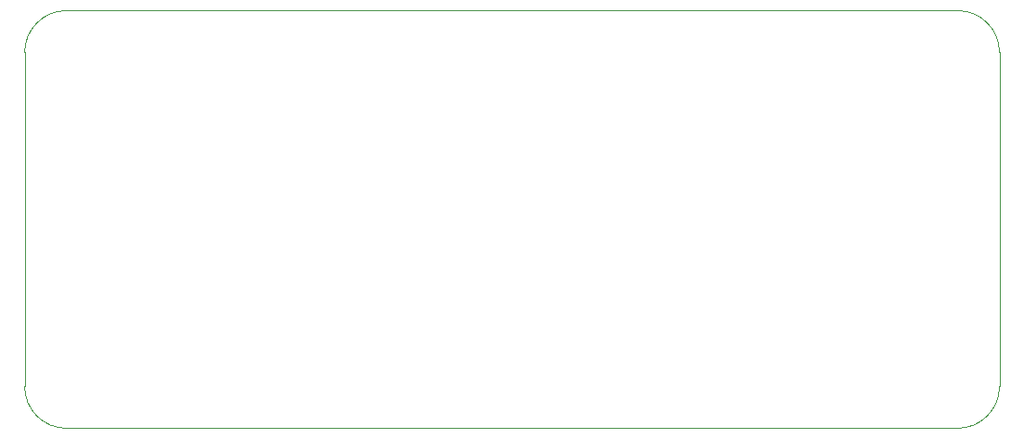
<source format=gbr>
%TF.GenerationSoftware,KiCad,Pcbnew,7.0.2-0*%
%TF.CreationDate,2023-04-26T13:01:35-04:00*%
%TF.ProjectId,UBMP430,55424d50-3433-4302-9e6b-696361645f70,3*%
%TF.SameCoordinates,Original*%
%TF.FileFunction,Profile,NP*%
%FSLAX46Y46*%
G04 Gerber Fmt 4.6, Leading zero omitted, Abs format (unit mm)*
G04 Created by KiCad (PCBNEW 7.0.2-0) date 2023-04-26 13:01:35*
%MOMM*%
%LPD*%
G01*
G04 APERTURE LIST*
%TA.AperFunction,Profile*%
%ADD10C,0.050800*%
%TD*%
G04 APERTURE END LIST*
D10*
X101600000Y-86360000D02*
X101600000Y-116840000D01*
X105410000Y-120650000D02*
X186690000Y-120650000D01*
X190500000Y-116840000D02*
X190500000Y-86360000D01*
X105410000Y-82550000D02*
G75*
G03*
X101600000Y-86360000I0J-3810000D01*
G01*
X190500000Y-86360000D02*
G75*
G03*
X186690000Y-82550000I-3810000J0D01*
G01*
X101600000Y-116840000D02*
G75*
G03*
X105410000Y-120650000I3810000J0D01*
G01*
X186690000Y-120650000D02*
G75*
G03*
X190500000Y-116840000I0J3810000D01*
G01*
X186690000Y-82550000D02*
X105410000Y-82550000D01*
M02*

</source>
